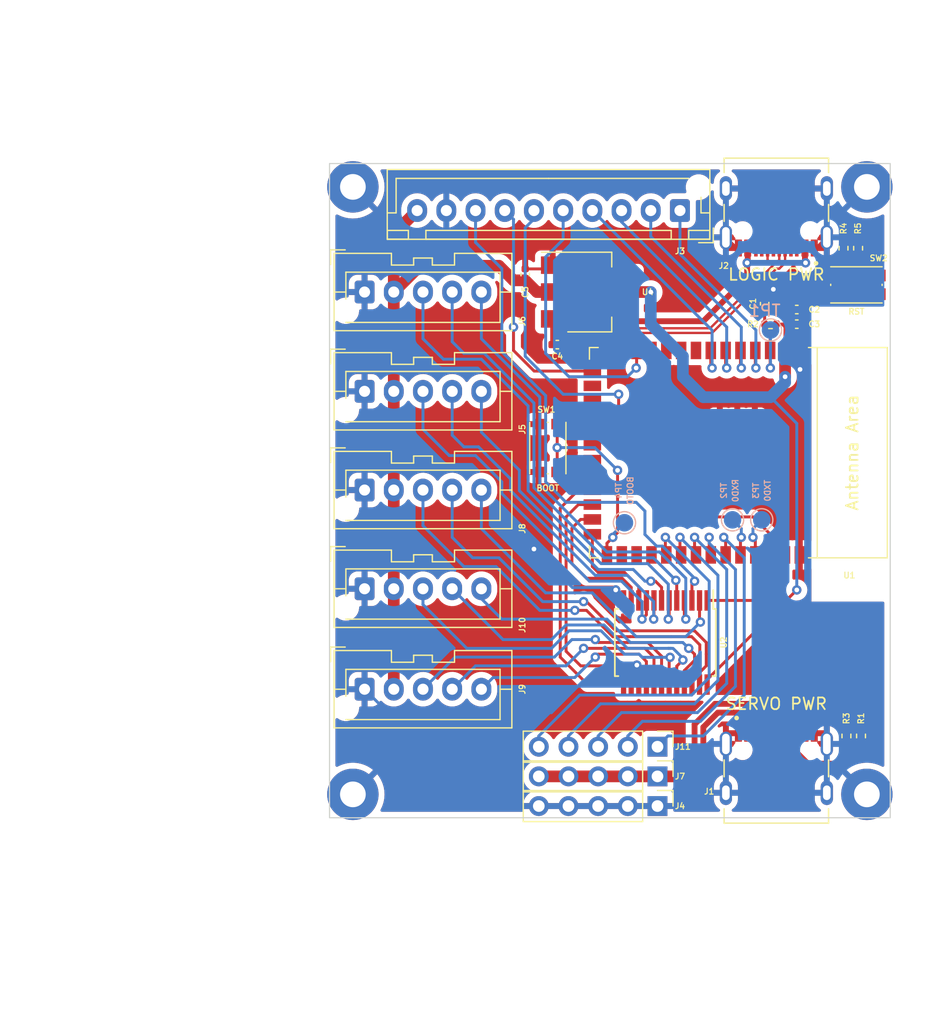
<source format=kicad_pcb>
(kicad_pcb (version 20211014) (generator pcbnew)
  (layers (0 "F.Cu" signal) (31 "B.Cu" signal) (34 "B.Paste" user) (35 "F.Paste" user) (36 "B.SilkS" user "B.Silkscreen") (37 "F.SilkS" user "F.Silkscreen") (38 "B.Mask" user) (39 "F.Mask" user) (44 "Edge.Cuts" user))
  (net 0 "")
  (net 1 "GND")
  (net 2 "/EN")
  (net 3 "+3V3")
  (net 4 "/VBUS0")
  (net 5 "/USB0_DP")
  (net 6 "/USB0_DN")
  (net 7 "Net-(J1-PadA5)")
  (net 10 "Net-(J1-PadB5)")
  (net 11 "/VBUS1")
  (net 12 "/USB1_DP")
  (net 13 "/USB1_DN")
  (net 14 "Net-(J2-PadA5)")
  (net 17 "Net-(J2-PadB5)")
  (net 18 "/ButA")
  (net 19 "/Menu")
  (net 20 "/ButB")
  (net 21 "/ButC")
  (net 22 "/ButJ")
  (net 23 "/JoyY")
  (net 24 "/JoyX")
  (net 25 "/CH1")
  (net 26 "/CH2")
  (net 27 "/CH3")
  (net 28 "/CH4")
  (net 29 "/CH5")
  (net 30 "/CH6")
  (net 31 "/CH7")
  (net 32 "/CH8")
  (net 33 "/CH9")
  (net 34 "/CH10")
  (net 35 "/Servo1")
  (net 36 "/Servo2")
  (net 37 "/Servo3")
  (net 38 "/Servo4")
  (net 39 "/Servo5")
  (net 40 "/RXD0")
  (net 41 "/TXD0")
  (net 42 "/BOOT0")
  (net 43 "/COM1")
  (net 44 "/SEL3")
  (net 45 "/SEL4")
  (net 46 "/SEL2")
  (net 47 "/SEL1")
  (net 52 "/CH16")
  (net 53 "/CH15")
  (net 54 "/CH14")
  (net 55 "/CH13")
  (net 56 "/CH12")
  (net 57 "/CH11")
  (footprint "MountingHole:MountingHole_2.2mm_M2_Pad" (layer "F.Cu") (at 162 84)
    (fp_text reference "H3" hide)
    (fp_text value "MH")
  )
  (footprint "Connector_JST:JST_XA_B05B-XASK-1-A_1x05_P2.50mm_Vertical" (layer "F.Cu") (at 163 49.5)
    (fp_text reference "J5")
    (fp_text value "Conn_01x05")
  )
  (footprint "Capacitor_SMD:C_0402_1005Metric" (layer "F.Cu") (at 200 43.75)
    (fp_text reference "C3")
    (fp_text value "0.1uF")
  )
  (footprint "Capacitor_SMD:C_0402_1005Metric" (layer "F.Cu") (at 197.25 42 -90)
    (fp_text reference "C1")
    (fp_text value "0.1uF")
  )
  (footprint "Espressif:ESP32-S3-WROOM-2" (layer "F.Cu") (at 192 54.75 -90)
    (fp_text reference "U1")
    (fp_text value "ESP32-S3-WROOM-2")
  )
  (footprint "Package_TO_SOT_SMD:SOT-223-3_TabPin2" (layer "F.Cu") (at 182.25 41)
    (fp_text reference "U4")
    (fp_text value "NCP1117-3.3_SOT223")
  )
  (footprint "footprint:HRO_TYPE-C-31-M-12" (layer "F.Cu") (at 198.25 83.8625)
    (fp_text reference "J1")
    (fp_text value "TYPE-C-31-M-12")
  )
  (footprint "Connector_JST:JST_XA_B05B-XASK-1-A_1x05_P2.50mm_Vertical" (layer "F.Cu") (at 163 66.4)
    (fp_text reference "J10")
    (fp_text value "Conn_01x05")
  )
  (footprint "Button_Switch_SMD:SW_Push_1P1T_NO_CK_KMR2" (layer "F.Cu") (at 178.689 54.356 90)
    (fp_text reference "SW1")
    (fp_text value "SW_Push")
  )
  (footprint "Connector_PinHeader_2.54mm:PinHeader_1x05_P2.54mm_Vertical" (layer "F.Cu") (at 188.075 82.46 -90)
    (fp_text reference "J7")
    (fp_text value "Conn_01x05_Female")
  )
  (footprint "MountingHole:MountingHole_2.2mm_M2_Pad" (layer "F.Cu") (at 206 84)
    (fp_text reference "H2" hide)
    (fp_text value "MH")
  )
  (footprint "Connector_PinHeader_2.54mm:PinHeader_1x05_P2.54mm_Vertical" (layer "F.Cu") (at 188.075 79.92 -90)
    (fp_text reference "J11")
    (fp_text value "Conn_01x05_Female")
  )
  (footprint "Package_SO:SSOP-24_5.3x8.2mm_P0.65mm" (layer "F.Cu") (at 188.75 71 -90)
    (fp_text reference "U2")
    (fp_text value "CD74HC4067SM")
  )
  (footprint "Resistor_SMD:R_0402_1005Metric" (layer "F.Cu") (at 205.5 79 -90)
    (fp_text reference "R1")
    (fp_text value "5K1")
  )
  (footprint "Resistor_SMD:R_0402_1005Metric" (layer "F.Cu") (at 197.75 43.75 180)
    (fp_text reference "R2")
    (fp_text value "10K")
  )
  (footprint "Capacitor_SMD:C_0402_1005Metric" (layer "F.Cu") (at 179.5 45.5)
    (fp_text reference "C4")
    (fp_text value "10uF")
  )
  (footprint "Button_Switch_SMD:SW_Push_1P1T_NO_CK_KMR2" (layer "F.Cu") (at 205.105 40.386)
    (fp_text reference "SW2")
    (fp_text value "SW_Push")
  )
  (footprint "Connector_JST:JST_XA_B05B-XASK-1-A_1x05_P2.50mm_Vertical" (layer "F.Cu") (at 163 41)
    (fp_text reference "J6")
    (fp_text value "Conn_01x05")
  )
  (footprint "footprint:HRO_TYPE-C-31-M-12" (layer "F.Cu") (at 198.25 32.1375 180)
    (fp_text reference "J2")
    (fp_text value "TYPE-C-31-M-12")
  )
  (footprint "MountingHole:MountingHole_2.2mm_M2_Pad" (layer "F.Cu") (at 206 32)
    (fp_text reference "H1" hide)
    (fp_text value "MH")
  )
  (footprint "Resistor_SMD:R_0402_1005Metric" (layer "F.Cu") (at 205.25 37.25 -90)
    (fp_text reference "R5")
    (fp_text value "5K1")
  )
  (footprint "Resistor_SMD:R_0402_1005Metric" (layer "F.Cu") (at 204 37.25 90)
    (fp_text reference "R4")
    (fp_text value "5K1")
  )
  (footprint "Connector_PinHeader_2.54mm:PinHeader_1x05_P2.54mm_Vertical" (layer "F.Cu") (at 188.075 85 -90)
    (fp_text reference "J4")
    (fp_text value "Conn_01x05_Female")
  )
  (footprint "MountingHole:MountingHole_2.2mm_M2_Pad" (layer "F.Cu") (at 162 32)
    (fp_text reference "H4" hide)
    (fp_text value "MH")
  )
  (footprint "Connector_JST:JST_XH_B10B-XH-AM_1x10_P2.50mm_Vertical" (layer "F.Cu") (at 190 34.025 180)
    (fp_text reference "J3")
    (fp_text value "Conn_01x10_Female")
  )
  (footprint "Connector_JST:JST_XA_B05B-XASK-1-A_1x05_P2.50mm_Vertical" (layer "F.Cu") (at 163 57.95)
    (fp_text reference "J8")
    (fp_text value "Conn_01x05")
  )
  (footprint "Resistor_SMD:R_0402_1005Metric" (layer "F.Cu") (at 204.25 79 90)
    (fp_text reference "R3")
    (fp_text value "5K1")
  )
  (footprint "Connector_JST:JST_XA_B05B-XASK-1-A_1x05_P2.50mm_Vertical" (layer "F.Cu") (at 163 75)
    (fp_text reference "J9")
    (fp_text value "Conn_01x05")
  )
  (footprint "Capacitor_SMD:C_0402_1005Metric" (layer "F.Cu") (at 200 42.5)
    (fp_text reference "C2")
    (fp_text value "22uF")
  )
  (footprint "Capacitor_SMD:C_0402_1005Metric" (layer "F.Cu") (at 176.75 39.5 90)
    (fp_text reference "C5")
    (fp_text value "10uF")
  )
  (footprint "TestPoint:TestPoint_Pad_D1.5mm" (layer "B.Cu") (at 197.75 44.25 180)
    (fp_text reference "TP1")
    (fp_text value "TestPoint")
  )
  (footprint "TestPoint:TestPoint_Pad_D1.5mm" (layer "B.Cu") (at 185.25 60.75 180)
    (fp_text reference "TP4")
    (fp_text value "TestPoint")
  )
  (footprint "TestPoint:TestPoint_Pad_D1.5mm" (layer "B.Cu") (at 197 60.5 180)
    (fp_text reference "TP3")
    (fp_text value "TestPoint")
  )
  (footprint "TestPoint:TestPoint_Pad_D1.5mm" (layer "B.Cu") (at 194.5 60.5 180)
    (fp_text reference "TP2")
    (fp_text value "TestPoint")
  )
  (gr_rect (start 208 30) (end 160 86) (layer "Edge.Cuts") (width 0.1) (fill none))
  (gr_text "BOOT0" (at 185.75 58 90) (layer "B.SilkS") (effects (font (size 0.5 0.5) (thickness 0.1)) (justify mirror)))
  (gr_text "TXD0" (at 197.5 58 90) (layer "B.SilkS") (effects (font (size 0.5 0.5) (thickness 0.1)) (justify mirror)))
  (gr_text "RXD0" (at 194.75 58 90) (layer "B.SilkS") (effects (font (size 0.5 0.5) (thickness 0.1)) (justify mirror)))
  (gr_text "BOOT" (at 178.689 57.785) (layer "F.SilkS") (effects (font (size 0.5 0.5) (thickness 0.1))))
  (gr_text "LOGIC PWR" (at 198.25 39.5) (layer "F.SilkS") (effects (font (size 1 1))))
  (gr_text "RST" (at 205.105 42.672) (layer "F.SilkS") (effects (font (size 0.5 0.5) (thickness 0.1))))
  (gr_text "SERVO PWR" (at 198.25 76.25) (layer "F.SilkS") (effects (font (size 1 1))))
  (segment (start 205.5 78.49) (end 204.25 78.49) (width 0.25) (layer "F.Cu") (net 1))
  (segment (start 195 37.2325) (end 194.845 37.2325) (width 0.25) (layer "F.Cu") (net 1))
  (segment (start 185.175 67.175) (end 184.5 66.5) (width 0.25) (layer "F.Cu") (net 1))
  (segment (start 197.25 41.52) (end 197.25 41.51) (width 0.25) (layer "F.Cu") (net 1))
  (segment (start 200.48 43.75) (end 200.48 45.78) (width 0.25) (layer "F.Cu") (net 1))
  (segment (start 186.475 74.6) (end 186.475 73.100401) (width 0.25) (layer "F.Cu") (net 1))
  (segment (start 186.475 73.100401) (end 186.308882 72.934283) (width 0.25) (layer "F.Cu") (net 1))
  (segment (start 176.75 39.02) (end 178.78 39.02) (width 0.25) (layer "F.Cu") (net 1))
  (segment (start 200.26 46) (end 200.26 47.606) (width 0.25) (layer "F.Cu") (net 1))
  (segment (start 197.25 41.51) (end 197.993 40.767) (width 0.25) (layer "F.Cu") (net 1))
  (segment (start 185.175 67.4) (end 185.175 67.175) (width 0.25) (layer "F.Cu") (net 1))
  (segment (start 200.48 45.78) (end 200.26 46) (width 0.25) (layer "F.Cu") (net 1))
  (segment (start 204 37.76) (end 205.25 37.76) (width 0.25) (layer "F.Cu") (net 1))
  (segment (start 201.655 37.2325) (end 202.57 36.3175) (width 0.25) (layer "F.Cu") (net 1))
  (segment (start 194.845 37.2325) (end 193.93 36.3175) (width 0.25) (layer "F.Cu") (net 1))
  (segment (start 178.78 39.02) (end 179.1 38.7) (width 0.25) (layer "F.Cu") (net 1))
  (segment (start 201.5 37.2325) (end 201.655 37.2325) (width 0.25) (layer "F.Cu") (net 1))
  (segment (start 200.26 47.606) (end 200.279 47.625) (width 0.25) (layer "F.Cu") (net 1))
  (segment (start 200.48 42.5) (end 200.48 43.75) (width 0.25) (layer "F.Cu") (net 1))
  (via (at 200.279 47.625) (size 0.8) (drill 0.4) (layers "F.Cu" "B.Cu") (net 1))
  (via (at 197.993 40.767) (size 0.8) (drill 0.4) (layers "F.Cu" "B.Cu") (net 1))
  (via (at 186.308882 72.934283) (size 0.8) (drill 0.4) (layers "F.Cu" "B.Cu") (net 1))
  (via (at 177.5 63) (size 0.8) (drill 0.4) (layers "F.Cu" "B.Cu") (net 1))
  (via (at 184.5 66.5) (size 0.8) (drill 0.4) (layers "F.Cu" "B.Cu") (net 1))
  (segment (start 182.313802 66.30048) (end 180.80048 66.30048) (width 0.25) (layer "B.Cu") (net 1))
  (segment (start 179 77) (end 165 77) (width 0.25) (layer "B.Cu") (net 1))
  (segment (start 180.80048 66.30048) (end 177.5 63) (width 0.25) (layer "B.Cu") (net 1))
  (segment (start 165 77) (end 163 75) (width 0.25) (layer "B.Cu") (net 1))
  (segment (start 184.5 66.5) (end 184.30048 66.30048) (width 0.25) (layer "B.Cu") (net 1))
  (segment (start 186.308882 72.934283) (end 184.993165 74.25) (width 0.25) (layer "B.Cu") (net 1))
  (segment (start 181.75 74.25) (end 179 77) (width 0.25) (layer "B.Cu") (net 1))
  (segment (start 184.993165 74.25) (end 181.75 74.25) (width 0.25) (layer "B.Cu") (net 1))
  (segment (start 184.30048 66.30048) (end 182.313802 66.30048) (width 0.25) (layer "B.Cu") (net 1))
  (segment (start 197.25 43.74) (end 197.24 43.75) (width 0.25) (layer "F.Cu") (net 2))
  (segment (start 207.155 41.186) (end 203.055 41.186) (width 0.25) (layer "F.Cu") (net 2))
  (segment (start 198.058 42.48) (end 199.352 41.186) (width 0.25) (layer "F.Cu") (net 2))
  (segment (start 197.72 44.23) (end 197.24 43.75) (width 0.25) (layer "F.Cu") (net 2))
  (segment (start 197.25 42.48) (end 198.058 42.48) (width 0.25) (layer "F.Cu") (net 2))
  (segment (start 197.72 46) (end 197.72 47.479) (width 0.25) (layer "F.Cu") (net 2))
  (segment (start 197.72 47.479) (end 197.739 47.498) (width 0.25) (layer "F.Cu") (net 2))
  (segment (start 197.72 46) (end 197.72 44.23) (width 0.25) (layer "F.Cu") (net 2))
  (segment (start 199.352 41.186) (end 203.055 41.186) (width 0.25) (layer "F.Cu") (net 2))
  (segment (start 197.25 42.48) (end 197.25 43.74) (width 0.25) (layer "F.Cu") (net 2))
  (via (at 197.739 47.498) (size 0.8) (drill 0.4) (layers "F.Cu" "B.Cu") (net 2))
  (segment (start 197.739 47.498) (end 197.75 47.487) (width 0.25) (layer "B.Cu") (net 2))
  (segment (start 197.75 47.487) (end 197.75 44.25) (width 0.25) (layer "B.Cu") (net 2))
  (segment (start 199 46.01) (end 198.99 46) (width 1) (layer "F.Cu") (net 3))
  (segment (start 165.5 41) (end 167.75 38.75) (width 1) (layer "F.Cu") (net 3))
  (segment (start 199 48.25) (end 199 46.01) (width 1) (layer "F.Cu") (net 3))
  (segment (start 185.4 41) (end 187.5 41) (width 1) (layer "F.Cu") (net 3))
  (segment (start 175.75 40) (end 175.75048 39.99952) (width 1) (layer "F.Cu") (net 3))
  (segment (start 165.5 41) (end 165.5 36.025) (width 1) (layer "F.Cu") (net 3))
  (segment (start 185.4 41) (end 179.1 41) (width 1) (layer "F.Cu") (net 3))
  (segment (start 199.52 42.5) (end 199.52 43.75) (width 0.25) (layer "F.Cu") (net 3))
  (segment (start 176.75 39.99952) (end 177.75048 41) (width 1) (layer "F.Cu") (net 3))
  (segment (start 174.5 38.75) (end 175.75 40) (width 1) (layer "F.Cu") (net 3))
  (segment (start 167.75 38.75) (end 174.5 38.75) (width 1) (layer "F.Cu") (net 3))
  (segment (start 177.75048 41) (end 179.1 41) (width 1) (layer "F.Cu") (net 3))
  (segment (start 165.5 66.4) (end 165.5 75) (width 1) (layer "F.Cu") (net 3))
  (segment (start 165.5 41) (end 165.5 49.5) (width 1) (layer "F.Cu") (net 3))
  (segment (start 192.325 74.175) (end 200 66.5) (width 0.25) (layer "F.Cu") (net 3))
  (segment (start 198.99 43.99) (end 198.75 43.75) (width 0.25) (layer "F.Cu") (net 3))
  (segment (start 192.325 74.6) (end 192.325 74.175) (width 0.25) (layer "F.Cu") (net 3))
  (segment (start 165.5 36.025) (end 167.5 34.025) (width 1) (layer "F.Cu") (net 3))
  (segment (start 198.75 43.75) (end 198.26 43.75) (width 0.25) (layer "F.Cu") (net 3))
  (segment (start 199.52 43.75) (end 198.75 43.75) (width 0.25) (layer "F.Cu") (net 3))
  (segment (start 165.5 49.5) (end 165.5 57.95) (width 1) (layer "F.Cu") (net 3))
  (segment (start 175.75048 39.99952) (end 176.75 39.99952) (width 1) (layer "F.Cu") (net 3))
  (segment (start 198.99 46) (end 198.99 43.99) (width 0.25) (layer "F.Cu") (net 3))
  (segment (start 165.5 57.95) (end 165.5 66.4) (width 1) (layer "F.Cu") (net 3))
  (via (at 199 48.25) (size 0.8) (drill 0.4) (layers "F.Cu" "B.Cu") (net 3))
  (via (at 200 66.5) (size 0.8) (drill 0.4) (layers "F.Cu" "B.Cu") (net 3))
  (via (at 187.5 41) (size 0.8) (drill 0.4) (layers "F.Cu" "B.Cu") (net 3))
  (segment (start 199 48.25) (end 199 48.75) (width 1) (layer "B.Cu") (net 3))
  (segment (start 187.5 43.75) (end 187.5 41) (width 1) (layer "B.Cu") (net 3))
  (segment (start 199 48.75) (end 197.75 50) (width 1) (layer "B.Cu") (net 3))
  (segment (start 197.75 50) (end 192 50) (width 1) (layer "B.Cu") (net 3))
  (segment (start 190.25 46.5) (end 187.5 43.75) (width 1) (layer "B.Cu") (net 3))
  (segment (start 200 52.25) (end 197.75 50) (width 0.25) (layer "B.Cu") (net 3))
  (segment (start 200 66.5) (end 200 52.25) (width 0.25) (layer "B.Cu") (net 3))
  (segment (start 190.25 48.25) (end 192 50) (width 1) (layer "B.Cu") (net 3))
  (segment (start 190.25 46.5) (end 190.25 48.25) (width 1) (layer "B.Cu") (net 3))
  (segment (start 191.25 80.5) (end 189.75 82) (width 0.5) (layer "F.Cu") (net 4))
  (segment (start 199.256522 76.25) (end 193 76.25) (width 0.5) (layer "F.Cu") (net 4))
  (segment (start 189.828 82.46) (end 191.008 81.28) (width 1) (layer "F.Cu") (net 4))
  (segment (start 190.75 82) (end 192 80.75) (width 0.5) (layer "F.Cu") (net 4))
  (segment (start 200.7 77.693478) (end 199.256522 76.25) (width 0.5) (layer "F.Cu") (net 4))
  (segment (start 188.075 82.46) (end 189.828 82.46) (width 1) (layer "F.Cu") (net 4))
  (segment (start 200.7 78.7675) (end 200.7 77.693478) (width 0.5) (layer "F.Cu") (net 4))
  (segment (start 192 78.25) (end 193.25 77) (width 0.5) (layer "F.Cu") (net 4))
  (segment (start 177.915 82.46) (end 188.075 82.46) (width 1) (layer "F.Cu") (net 4))
  (segment (start 195.156522 77) (end 195.8 77.643478) (width 0.5) (layer "F.Cu") (net 4))
  (segment (start 193 76.25) (end 191.25 78) (width 0.5) (layer "F.Cu") (net 4))
  (segment (start 193.25 77) (end 195.156522 77) (width 0.5) (layer "F.Cu") (net 4))
  (segment (start 192 80.75) (end 192 78.25) (width 0.5) (layer "F.Cu") (net 4))
  (segment (start 191.25 78) (end 191.25 80.5) (width 0.5) (layer "F.Cu") (net 4))
  (segment (start 195.8 77.643478) (end 195.8 78.7675) (width 0.5) (layer "F.Cu") (net 4))
  (segment (start 198.258478 80) (end 198.741522 80) (width 0.2) (layer "F.Cu") (net 5))
  (segment (start 198.741522 80) (end 199 79.741522) (width 0.2) (layer "F.Cu") (net 5))
  (segment (start 198 78.7675) (end 198 79.741522) (width 0.2) (layer "F.Cu") (net 5))
  (segment (start 198 79.741522) (end 198.258478 80) (width 0.2) (layer "F.Cu") (net 5))
  (segment (start 199 79.741522) (end 199 78.7675) (width 0.2) (layer "F.Cu") (net 5))
  (segment (start 198.25 77.5) (end 198.5 77.75) (width 0.2) (layer "F.Cu") (net 6))
  (segment (start 198.5 77.75) (end 198.5 78.7675) (width 0.2) (layer "F.Cu") (net 6))
  (segment (start 197.5 77.793478) (end 197.793478 77.5) (width 0.2) (layer "F.Cu") (net 6))
  (segment (start 197.5 78.7675) (end 197.5 77.793478) (width 0.2) (layer "F.Cu") (net 6))
  (segment (start 197.793478 77.5) (end 198.25 77.5) (width 0.2) (layer "F.Cu") (net 6))
  (segment (start 205.5 80) (end 203.75 81.75) (width 0.25) (layer "F.Cu") (net 7))
  (segment (start 197 79.791522) (end 197 78.7675) (width 0.25) (layer "F.Cu") (net 7))
  (segment (start 198.958478 81.75) (end 197 79.791522) (width 0.25) (layer "F.Cu") (net 7))
  (segment (start 205.5 79.51) (end 205.5 80) (width 0.25) (layer "F.Cu") (net 7))
  (segment (start 203.75 81.75) (end 198.958478 81.75) (width 0.25) (layer "F.Cu") (net 7))
  (segment (start 204.25 80.5) (end 203.5 81.25) (width 0.25) (layer "F.Cu") (net 10))
  (segment (start 203.5 81.25) (end 201 81.25) (width 0.25) (layer "F.Cu") (net 10))
  (segment (start 204.25 79.51) (end 204.25 80.5) (width 0.25) (layer "F.Cu") (net 10))
  (segment (start 200 80.25) (end 200 78.7675) (width 0.25) (layer "F.Cu") (net 10))
  (segment (start 201 81.25) (end 200 80.25) (width 0.25) (layer "F.Cu") (net 10))
  (segment (start 195.75 38.5) (end 195.75 39.75) (width 0.5) (layer "F.Cu") (net 11))
  (segment (start 200.7 37.2325) (end 200.7 38.45) (width 0.5) (layer "F.Cu") (net 11))
  (segment (start 195.75 39.75) (end 192 43.5) (width 0.5) (layer "F.Cu") (net 11))
  (segment (start 200.7 38.45) (end 200.75 38.5) (width 0.5) (layer "F.Cu") (net 11))
  (segment (start 195.8 38.45) (end 195.75 38.5) (width 0.5) (layer "F.Cu") (net 11))
  (segment (start 179.02 43.38) (end 179.1 43.3) (width 0.25) (layer "F.Cu") (net 11))
  (segment (start 192 43.5) (end 179.3 43.5) (width 0.5) (layer "F.Cu") (net 11))
  (segment (start 195.8 37.2325) (end 195.8 38.45) (width 0.5) (layer "F.Cu") (net 11))
  (segment (start 179.02 45.5) (end 179.02 43.38) (width 0.25) (layer "F.Cu") (net 11))
  (via (at 200.75 38.5) (size 0.8) (drill 0.4) (layers "F.Cu" "B.Cu") (net 11))
  (via (at 195.75 38.5) (size 0.8) (drill 0.4) (layers "F.Cu" "B.Cu") (net 11))
  (segment (start 195.75 38.5) (end 200.75 38.5) (width 0.5) (layer "B.Cu") (net 11))
  (segment (start 185.735487 44.100481) (end 192.584513 44.100481) (width 0.2) (layer "F.Cu") (net 12))
  (segment (start 198 38.684994) (end 198 38.5) (width 0.2) (layer "F.Cu") (net 12))
  (segment (start 198.5 38.25) (end 198.5 37.2325) (width 0.2) (layer "F.Cu") (net 12))
  (segment (start 197.5 37.2325) (end 197.5 38.25) (width 0.2) (layer "F.Cu") (net 12))
  (segment (start 183.75 46) (end 183.75 45.5) (width 0.2) (layer "F.Cu") (net 12))
  (segment (start 198.25 38.5) (end 198.5 38.25) (width 0.2) (layer "F.Cu") (net 12))
  (segment (start 197.5 38.25) (end 197.75 38.5) (width 0.2) (layer "F.Cu") (net 12))
  (segment (start 185.14952 44.10048) (end 185.735487 44.100481) (width 0.2) (layer "F.Cu") (net 12))
  (segment (start 198 38.5) (end 198.25 38.5) (width 0.2) (layer "F.Cu") (net 12))
  (segment (start 192.584513 44.100481) (end 198 38.684994) (width 0.2) (layer "F.Cu") (net 12))
  (segment (start 197.75 38.5) (end 198 38.5) (width 0.2) (layer "F.Cu") (net 12))
  (segment (start 183.75 45.5) (end 185.14952 44.10048) (width 0.2) (layer "F.Cu") (net 12))
  (segment (start 199 37.2325) (end 199 36.258478) (width 0.2) (layer "F.Cu") (net 13))
  (segment (start 198.5 39) (end 199 38.5) (width 0.2) (layer "F.Cu") (net 13))
  (segment (start 198.25 39) (end 198.5 39) (width 0.2) (layer "F.Cu") (net 13))
  (segment (start 199 36.258478) (end 198.741522 36) (width 0.2) (layer "F.Cu") (net 13))
  (segment (start 198 37.2325) (end 198 36.25) (width 0.2) (layer "F.Cu") (net 13))
  (segment (start 185.02 45.05) (end 185.57 44.5) (width 0.2) (layer "F.Cu") (net 13))
  (segment (start 198 36.25) (end 198.25 36) (width 0.2) (layer "F.Cu") (net 13))
  (segment (start 185.02 46) (end 185.02 45.05) (width 0.2) (layer "F.Cu") (net 13))
  (segment (start 199 38.5) (end 199 37.2325) (width 0.2) (layer "F.Cu") (net 13))
  (segment (start 198.741522 36) (end 198.25 36) (width 0.2) (layer "F.Cu") (net 13))
  (segment (start 192.75 44.5) (end 198.25 39) (width 0.2) (layer "F.Cu") (net 13))
  (segment (start 185.57 44.5) (end 192.75 44.5) (width 0.2) (layer "F.Cu") (net 13))
  (segment (start 204 35.25) (end 203.25 34.5) (width 0.25) (layer "F.Cu") (net 14))
  (segment (start 203.25 34.5) (end 200 34.5) (width 0.25) (layer "F.Cu") (net 14))
  (segment (start 199.5 35) (end 199.5 37.2325) (width 0.25) (layer "F.Cu") (net 14))
  (segment (start 204 36.74) (end 204 35.25) (width 0.25) (layer "F.Cu") (net 14))
  (segment (start 200 34.5) (end 199.5 35) (width 0.25) (layer "F.Cu") (net 14))
  (segment (start 205.25 36.74) (end 205.25 35.75) (width 0.25) (layer "F.Cu") (net 17))
  (segment (start 197.5 33.75) (end 196.5 34.75) (width 0.25) (layer "F.Cu") (net 17))
  (segment (start 203.25 33.75) (end 197.5 33.75) (width 0.25) (layer "F.Cu") (net 17))
  (segment (start 205.25 35.75) (end 203.25 33.75) (width 0.25) (layer "F.Cu") (net 17))
  (segment (start 196.5 34.75) (end 196.5 37.2325) (width 0.25) (layer "F.Cu") (net 17))
  (segment (start 186.29 47.46) (end 186.25 47.5) (width 0.25) (layer "F.Cu") (net 18))
  (segment (start 186.29 46) (end 186.29 47.46) (width 0.25) (layer "F.Cu") (net 18))
  (via (at 186.25 47.5) (size 0.8) (drill 0.4) (layers "F.Cu" "B.Cu") (net 18))
  (segment (start 178.5 46.25) (end 178.5 38) (width 0.25) (layer "B.Cu") (net 18))
  (segment (start 178.5 38) (end 180 36.5) (width 0.25) (layer "B.Cu") (net 18))
  (segment (start 185.5 48.25) (end 180.5 48.25) (width 0.25) (layer "B.Cu") (net 18))
  (segment (start 186.25 47.5) (end 185.5 48.25) (width 0.25) (layer "B.Cu") (net 18))
  (segment (start 180 36.5) (end 180 34.025) (width 0.25) (layer "B.Cu") (net 18))
  (segment (start 180.5 48.25) (end 178.5 46.25) (width 0.25) (layer "B.Cu") (net 18))
  (segment (start 192.64 47.39) (end 192.75 47.5) (width 0.25) (layer "F.Cu") (net 19))
  (segment (start 192.64 46) (end 192.64 47.39) (width 0.25) (layer "F.Cu") (net 19))
  (via (at 192.75 47.5) (size 0.8) (drill 0.4) (layers "F.Cu" "B.Cu") (net 19))
  (segment (start 182.5 34.025) (end 192.75 44.275) (width 0.25) (layer "B.Cu") (net 19))
  (segment (start 192.75 44.275) (end 192.75 47.5) (width 0.25) (layer "B.Cu") (net 19))
  (segment (start 193.91 46) (end 193.91 47.41) (width 0.25) (layer "F.Cu") (net 20))
  (segment (start 193.91 47.41) (end 194 47.5) (width 0.25) (layer "F.Cu") (net 20))
  (via (at 194 47.5) (size 0.8) (drill 0.4) (layers "F.Cu" "B.Cu") (net 20))
  (segment (start 185 34.025) (end 185 35) (width 0.25) (layer "B.Cu") (net 20))
  (segment (start 185 35) (end 194 44) (width 0.25) (layer "B.Cu") (net 20))
  (segment (start 194 44) (end 194 47.5) (width 0.25) (layer "B.Cu") (net 20))
  (segment (start 195.18 47.43) (end 195.25 47.5) (width 0.25) (layer "F.Cu") (net 21))
  (segment (start 195.18 46) (end 195.18 47.43) (width 0.25) (layer "F.Cu") (net 21))
  (via (at 195.25 47.5) (size 0.8) (drill 0.4) (layers "F.Cu" "B.Cu") (net 21))
  (segment (start 187.5 34.025) (end 187.5 36.25) (width 0.25) (layer "B.Cu") (net 21))
  (segment (start 187.5 36.25) (end 195.25 44) (width 0.25) (layer "B.Cu") (net 21))
  (segment (start 195.25 44) (end 195.25 47.5) (width 0.25) (layer "B.Cu") (net 21))
  (segment (start 196.45 47.45) (end 196.5 47.5) (width 0.25) (layer "F.Cu") (net 22))
  (segment (start 196.45 46) (end 196.45 47.45) (width 0.25) (layer "F.Cu") (net 22))
  (via (at 196.5 47.5) (size 0.8) (drill 0.4) (layers "F.Cu" "B.Cu") (net 22))
  (segment (start 196.5 44.25) (end 190 37.75) (width 0.25) (layer "B.Cu") (net 22))
  (segment (start 190 37.75) (end 190 34.025) (width 0.25) (layer "B.Cu") (net 22))
  (segment (start 196.5 47.5) (end 196.5 44.25) (width 0.25) (layer "B.Cu") (net 22))
  (segment (start 176.75 47) (end 175.75 46) (width 0.25) (layer "F.Cu") (net 23))
  (segment (start 182.5 47.765) (end 177.515 47.765) (width 0.25) (layer "F.Cu") (net 23))
  (segment (start 175.75 46) (end 175.75 44) (width 0.25) (layer "F.Cu") (net 23))
  (segment (start 177.515 47.765) (end 176.75 47) (width 0.25) (layer "F.Cu") (net 23))
  (via (at 175.75 44) (size 0.8) (drill 0.4) (layers "F.Cu" "B.Cu") (net 23))
  (segment (start 175.75 34.775) (end 175 34.025) (width 0.25) (layer "B.Cu") (net 23))
  (segment (start 175.75 44) (end 175.75 34.775) (width 0.25) (layer "B.Cu") (net 23))
  (segment (start 197.72 61.72) (end 196.5 60.5) (width 0.25) (layer "F.Cu") (net 24))
  (segment (start 184.75 54.75) (end 184.75 49.75) (width 0.25) (layer "F.Cu") (net 24))
  (segment (start 190.25 60.25) (end 184.75 54.75) (width 0.25) (layer "F.Cu") (net 24))
  (segment (start 197.72 63.5) (end 197.72 61.72) (width 0.25) (layer "F.Cu") (net 24))
  (segment (start 196.25 60.25) (end 190.25 60.25) (width 0.25) (layer "F.Cu") (net 24))
  (segment (start 196.5 60.5) (end 196.25 60.25) (width 0.25) (layer "F.Cu") (net 24))
  (via (at 184.75 49.75) (size 0.8) (drill 0.4) (layers "F.Cu" "B.Cu") (net 24))
  (segment (start 177.5 34.025) (end 177.5 34.75) (width 0.25) (layer "B.Cu") (net 24))
  (segment (start 180 49.75) (end 184.75 49.75) (width 0.25) (layer "B.Cu") (net 24))
  (segment (start 176.75 35.5) (end 176.75 46.5) (width 0.25) (layer "B.Cu") (net 24))
  (segment (start 177.5 34.75) (end 176.75 35.5) (width 0.25) (layer "B.Cu") (net 24))
  (segment (start 176.75 46.5) (end 180 49.75) (width 0.25) (layer "B.Cu") (net 24))
  (segment (start 187.125 67.4) (end 187.125 68.625) (width 0.25) (layer "F.Cu") (net 25))
  (segment (start 187.125 68.625) (end 186.75 69) (width 0.25) (layer "F.Cu") (net 25))
  (via (at 186.75 69) (size 0.8) (drill 0.4) (layers "F.Cu" "B.Cu") (net 25))
  (segment (start 168 52.75) (end 168 49.5) (width 0.25) (layer "B.Cu") (net 25))
  (segment (start 172.5 55) (end 172 55) (width 0.25) (layer "B.Cu") (net 25))
  (segment (start 186.75 69) (end 186.75 67.5) (width 0.25) (layer "B.Cu") (net 25))
  (segment (start 186.75 67.5) (end 185 65.75) (width 0.25) (layer "B.Cu") (net 25))
  (segment (start 172 55) (end 170.25 55) (width 0.25) (layer "B.Cu") (net 25))
  (segment (start 174.75 58.25) (end 174.75 57.25) (width 0.25) (layer "B.Cu") (net 25))
  (segment (start 174.75 57.25) (end 172.5 55) (width 0.25) (layer "B.Cu") (net 25))
  (segment (start 185 65.75) (end 182.25 65.75) (width 0.25) (layer "B.Cu") (net 25))
  (segment (start 182.25 65.75) (end 174.75 58.25) (width 0.25) (layer "B.Cu") (net 25))
  (segment (start 170.25 55) (end 168 52.75) (width 0.25) (layer "B.Cu") (net 25))
  (segment (start 187.775 67.4) (end 187.775 68.975) (width 0.25) (layer "F.Cu") (net 26))
  (segment (start 187.775 68.975) (end 187.75 69) (width 0.25) (layer "F.Cu") (net 26))
  (via (at 187.75 69) (size 0.8) (drill 0.4) (layers "F.Cu" "B.Cu") (net 26))
  (segment (start 185.5 65.25) (end 182.75 65.25) (width 0.25) (layer "B.Cu") (net 26))
  (segment (start 170.5 53.25) (end 170.5 49.5) (width 0.25) (layer "B.Cu") (net 26))
  (segment (start 172.75 54.25) (end 171.5 54.25) (width 0.25) (layer "B.Cu") (net 26))
  (segment (start 187.75 69) (end 187.75 67.5) (width 0.25) (layer "B.Cu") (net 26))
  (segment (start 175.5 57) (end 172.75 54.25) (width 0.25) (layer "B.Cu") (net 26))
  (segment (start 187.75 67.5) (end 185.5 65.25) (width 0.25) (layer "B.Cu") (net 26))
  (segment (start 175.5 58) (end 175.5 57) (width 0.25) (layer "B.Cu") (net 26))
  (segment (start 182.75 65.25) (end 175.5 58) (width 0.25) (layer "B.Cu") (net 26))
  (segment (start 171.5 54.25) (end 170.5 53.25) (width 0.25) (layer "B.Cu") (net 26))
  (segment (start 188.425 66.275) (end 187.9 65.75) (width 0.25) (layer "F.Cu") (net 27))
  (segment (start 188.425 67.4) (end 188.425 66.275) (width 0.25) (layer "F.Cu") (net 27))
  (segment (start 187.9 65.75) (end 187.5 65.75) (width 0.25) (layer "F.Cu") (net 27))
  (via (at 187.5 65.75) (size 0.8) (drill 0.4) (layers "F.Cu" "B.Cu") (net 27))
  (segment (start 176.25 56.25) (end 173 53) (width 0.25) (layer "B.Cu") (net 27))
  (segment (start 173 53) (end 173 49.5) (width 0.25) (layer "B.Cu") (net 27))
  (segment (start 176.25 58) (end 176.25 56.25) (width 0.25) (layer "B.Cu") (net 27))
  (segment (start 187.5 65.75) (end 187 65.75) (width 0.25) (layer "B.Cu") (net 27))
  (segment (start 186 64.75) (end 183 64.75) (width 0.25) (layer "B.Cu") (net 27))
  (segment (start 183 64.75) (end 176.25 58) (width 0.25) (layer "B.Cu") (net 27))
  (segment (start 187 65.75) (end 186 64.75) (width 0.25) (layer "B.Cu") (net 27))
  (segment (start 189.075 68.925) (end 189 69) (width 0.25) (layer "F.Cu") (net 28))
  (segment (start 189.075 67.4) (end 189.075 68.925) (width 0.25) (layer "F.Cu") (net 28))
  (via (at 189 69) (size 0.8) (drill 0.4) (layers "F.Cu" "B.Cu") (net 28))
  (segment (start 169.75 46.75) (end 168 45) (width 0.25) (layer "B.Cu") (net 28))
  (segment (start 168 45) (end 168 41) (width 0.25) (layer "B.Cu") (net 28))
  (segment (start 187.25 64.25) (end 183.25 64.25) (width 0.25) (layer "B.Cu") (net 28))
  (segment (start 183.25 64.25) (end 177 58) (width 0.25) (layer "B.Cu") (net 28))
  (segment (start 177 58) (end 177 50.75) (width 0.25) (layer "B.Cu") (net 28))
  (segment (start 189 66) (end 187.25 64.25) (width 0.25) (layer "B.Cu") (net 28))
  (segment (start 189 69) (end 189 66) (width 0.25) (layer "B.Cu") (net 28))
  (segment (start 173 46.75) (end 169.75 46.75) (width 0.25) (layer "B.Cu") (net 28))
  (segment (start 177 50.75) (end 173 46.75) (width 0.25) (layer "B.Cu") (net 28))
  (segment (start 189.725 65.75298) (end 189.648013 65.675993) (width 0.25) (layer "F.Cu") (net 29))
  (segment (start 189.725 67.4) (end 189.725 65.75298) (width 0.25) (layer "F.Cu") (net 29))
  (via (at 189.648013 65.675993) (size 0.8) (drill 0.4) (layers "F.Cu" "B.Cu") (net 29))
  (segment (start 173.25 46.25) (end 171.5 46.25) (width 0.25) (layer "B.Cu") (net 29))
  (segment (start 177.5 50.5) (end 173.25 46.25) (width 0.25) (layer "B.Cu") (net 29))
  (segment (start 187.72202 63.75) (end 183.5 63.75) (width 0.25) (layer "B.Cu") (net 29))
  (segment (start 171.5 46.25) (end 170.5 45.25) (width 0.25) (layer "B.Cu") (net 29))
  (segment (start 177.5 57.75) (end 177.5 50.5) (width 0.25) (layer "B.Cu") (net 29))
  (segment (start 170.5 45.25) (end 170.5 41) (width 0.25) (layer "B.Cu") (net 29))
  (segment (start 183.5 63.75) (end 177.5 57.75) (width 0.25) (layer "B.Cu") (net 29))
  (segment (start 189.648013 65.675993) (end 187.72202 63.75) (width 0.25) (layer "B.Cu") (net 29))
  (segment (start 190.375 67.4) (end 190.375 68.875) (width 0.25) (layer "F.Cu") (net 30))
  (segment (start 190.375 68.875) (end 190.5 69) (width 0.25) (layer "F.Cu") (net 30))
  (via (at 190.5 69) (size 0.8) (drill 0.4) (layers "F.Cu" "B.Cu") (net 30))
  (segment (start 190.5 69) (end 190.5 65.5) (width 0.25) (layer "B.Cu") (net 30))
  (segment (start 178 50) (end 173 45) (width 0.25) (layer "B.Cu") (net 30))
  (segment (start 173 45) (end 173 41) (width 0.25) (layer "B.Cu") (net 30))
  (segment (start 183.75 63.25) (end 178 57.5) (width 0.25) (layer "B.Cu") (net 30))
  (segment (start 190.5 65.5) (end 188.25 63.25) (width 0.25) (layer "B.Cu") (net 30))
  (segment (start 178 57.5) (end 178 50) (width 0.25) (layer "B.Cu") (net 30))
  (segment (start 188.25 63.25) (end 183.75 63.25) (width 0.25) (layer "B.Cu") (net 30))
  (segment (start 191.025 65.975) (end 191.25 65.75) (width 0.25) (layer "F.Cu") (net 31))
  (segment (start 191.025 67.4) (end 191.025 65.975) (width 0.25) (layer "F.Cu") (net 31))
  (via (at 191.25 65.75) (size 0.8) (drill 0.4) (layers "F.Cu" "B.Cu") (net 31))
  (segment (start 172.5 36.75) (end 172.5 34.025) (width 0.25) (layer "B.Cu") (net 31))
  (segment (start 174.75 46.114283) (end 174.75 39) (width 0.25) (layer "B.Cu") (net 31))
  (segment (start 188 62.75) (end 187 61.75) (width 0.25) (layer "B.Cu") (net 31))
  (segment (start 174.75 39) (end 172.5 36.75) (width 0.25) (layer "B.Cu") (net 31))
  (segment (start 180.25 59) (end 178.5 57.25) (width 0.25) (layer "B.Cu") (net 31))
  (segment (start 186.25 59) (end 180.25 59) (width 0.25) (layer "B.Cu") (net 31))
  (segment (start 191.25 65.5) (end 188.5 62.75) (width 0.25) (layer "B.Cu") (net 31))
  (segment (start 178.5 49.864283) (end 174.75 46.114283) (width 0.25) (layer "B.Cu") (net 31))
  (segment (start 188.5 62.75) (end 188 62.75) (width 0.25) (layer "B.Cu") (net 31))
  (segment (start 178.5 57.25) (end 178.5 49.864283) (width 0.25) (layer "B.Cu") (net 31))
  (segment (start 187 61.75) (end 187 59.75) (width 0.25) (layer "B.Cu") (net 31))
  (segment (start 191.25 65.75) (end 191.25 65.5) (width 0.25) (layer "B.Cu") (net 31))
  (segment (start 187 59.75) (end 186.25 59) (width 0.25) (layer "B.Cu") (net 31))
  (segment (start 191.675 67.4) (end 191.675 69.175) (width 0.25) (layer "F.Cu") (net 32))
  (segment (start 191.675 69.175) (end 191.75 69.25) (width 0.25) (layer "F.Cu") (net 32))
  (via (at 191.75 69.25) (size 0.8) (drill 0.4) (layers "F.Cu" "B.Cu") (net 32))
  (segment (start 191.75 69.25) (end 190.5 70.5) (width 0.25) (layer "B.Cu") (net 32))
  (segment (start 178.5 66.75) (end 173 61.25) (width 0.25) (layer "B.Cu") (net 32))
  (segment (start 186.25 70.5) (end 182.5 66.75) (width 0.25) (layer "B.Cu") (net 32))
  (segment (start 190.5 70.5) (end 186.25 70.5) (width 0.25) (layer "B.Cu") (net 32))
  (segment (start 173 61.25) (end 173 57.95) (width 0.25) (layer "B.Cu") (net 32))
  (segment (start 182.5 66.75) (end 178.5 66.75) (width 0.25) (layer "B.Cu") (net 32))
  (segment (start 191.675 74.6) (end 191.675 73.575) (width 0.25) (layer "F.Cu") (net 33))
  (segment (start 190.25 70) (end 184.5 70) (width 0.25) (layer "F.Cu") (net 33))
  (segment (start 192.25 73) (end 192.25 72) (width 0.25) (layer "F.Cu") (net 33))
  (segment (start 192.25 71) (end 191.5 70.25) (width 0.25) (layer "F.Cu") (net 33))
  (segment (start 182.5 68) (end 182 67.5) (width 0.25) (layer "F.Cu") (net 33))
  (segment (start 182 67.5) (end 181.75 67.5) (width 0.25) (layer "F.Cu") (net 33))
  (segment (start 184.25 69.75) (end 182.5 68) (width 0.25) (layer "F.Cu") (net 33))
  (segment (start 192.25 72) (end 192.25 71) (width 0.25) (layer "F.Cu") (net 33))
  (segment (start 191.675 73.575) (end 192 73.25) (width 0.25) (layer "F.Cu") (net 33))
  (segment (start 192 73.25) (end 192.25 73) (width 0.25) (layer "F.Cu") (net 33))
  (segment (start 184.5 70) (end 184.25 69.75) (width 0.25) (layer "F.Cu") (net 33))
  (segment (start 191.5 70.25) (end 191.25 70) (width 0.25) (layer "F.Cu") (net 33))
  (segment (start 191.25 70) (end 190.25 70) (width 0.25) (layer "F.Cu") (net 33))
  (via (at 181.75 67.5) (size 0.8) (drill 0.4) (layers "F.Cu" "B.Cu") (net 33))
  (segment (start 178.25 67.5) (end 174.5 63.75) (width 0.25) (layer "B.Cu") (net 33))
  (segment (start 172.25 63.75) (end 170.5 62) (width 0.25) (layer "B.Cu") (net 33))
  (segment (start 181.75 67.5) (end 178.25 67.5) (width 0.25) (layer "B.Cu") (net 33))
  (segment (start 174.5 63.75) (end 172.25 63.75) (width 0.25) (layer "B.Cu") (net 33))
  (segment (start 170.5 62) (end 170.5 57.95) (width 0.25) (layer "B.Cu") (net 33))
  (segment (start 191.69952 71.19952) (end 191 70.5) (width 0.25) (layer "F.Cu") (net 34))
  (segment (start 191.580166 72.830166) (end 191.69952 72.710811) (width 0.25) (layer "F.Cu") (net 34))
  (segment (start 191.025 74.6) (end 191.025 73.385332) (width 0.25) (layer "F.Cu") (net 34))
  (segment (start 183.25 69.5) (end 182 68.25) (width 0.25) (layer "F.Cu") (net 34))
  (segment (start 191 70.5) (end 189.25 70.5) (width 0.25) (layer "F.Cu") (net 34))
  (segment (start 185.75 70.5) (end 184.25 70.5) (width 0.25) (layer "F.Cu") (net 34))
  (segment (start 184.25 70.5) (end 183.25 69.5) (width 0.25) (layer "F.Cu") (net 34))
  (segment (start 189.25 70.5) (end 185.75 70.5) (width 0.25) (layer "F.Cu") (net 34))
  (segment (start 191.025 73.385332) (end 191.580166 72.830166) (width 0.25) (layer "F.Cu") (net 34))
  (segment (start 191.69952 71.813803) (end 191.69952 71.19952) (width 0.25) (layer "F.Cu") (net 34))
  (segment (start 182 68.25) (end 181 68.25) (width 0.25) (layer "F.Cu") (net 34))
  (segment (start 191.69952 72.710811) (end 191.69952 71.813803) (width 0.25) (layer "F.Cu") (net 34))
  (via (at 181 68.25) (size 0.8) (drill 0.4) (layers "F.Cu" "B.Cu") (net 34))
  (segment (start 168 61) (end 168 57.95) (width 0.25) (layer "B.Cu") (net 34))
  (segment (start 171.5 64.5) (end 168 61) (width 0.25) (layer "B.Cu") (net 34))
  (segment (start 174.25 64.5) (end 171.5 64.5) (width 0.25) (layer "B.Cu") (net 34))
  (segment (start 181 68.25) (end 178 68.25) (width 0.25) (layer "B.Cu") (net 34))
  (segment (start 178 68.25) (end 174.25 64.5) (width 0.25) (layer "B.Cu") (net 34))
  (segment (start 193.91 62.16) (end 193.75 62) (width 0.25) (layer "F.Cu") (net 35))
  (segment (start 193.91 63.5) (end 193.91 62.16) (width 0.25) (layer "F.Cu") (net 35))
  (via (at 193.75 62) (size 0.8) (drill 0.4) (layers "F.Cu" "B.Cu") (net 35))
  (segment (start 195.5 63.75) (end 193.75 62) (width 0.25) (layer "B.Cu") (net 35))
  (segment (start 195.5 75.5) (end 195.5 63.75) (width 0.25) (layer "B.Cu") (net 35))
  (segment (start 188.075 79.92) (end 188.075 79.895) (width 0.25) (layer "B.Cu") (net 35))
  (segment (start 188.97 79) (end 192 79) (width 0.25) (layer "B.Cu") (net 35))
  (segment (start 192 79) (end 195.5 75.5) (width 0.25) (layer "B.Cu") (net 35))
  (segment (start 188.075 79.895) (end 188.97 79) (width 0.25) (layer "B.Cu") (net 35))
  (segment (start 192.5 62) (end 192.5 63.36) (width 0.25) (layer "F.Cu") (net 36))
  (segment (start 192.5 63.36) (end 192.64 63.5) (width 0.25) (layer "F.Cu") (net 36))
  (via (at 192.5 62) (size 0.8) (drill 0.4) (layers "F.Cu" "B.Cu") (net 36))
  (segment (start 186.785 77.75) (end 191.75 77.75) (width 0.25) (layer "B.Cu") (net 36))
  (segment (start 192.5 62.5) (end 192.5 62) (width 0.25) (layer "B.Cu") (net 36))
  (segment (start 194.75 64.75) (end 192.5 62.5) (width 0.25) (layer "B.Cu") (net 36))
  (segment (start 194.75 74.75) (end 194.75 64.75) (width 0.25) (layer "B.Cu") (net 36))
  (segment (start 185.535 79) (end 186.785 77.75) (width 0.25) (layer "B.Cu") (net 36))
  (segment (start 185.535 79) (end 185.535 79.92) (width 0.25) (layer "B.Cu") (net 36))
  (segment (start 191.75 77.75) (end 194.75 74.75) (width 0.25) (layer "B.Cu") (net 36))
  (segment (start 191.25 63.38) (end 191.37 63.5) (width 0.25) (layer "F.Cu") (net 37))
  (segment (start 191.25 62) (end 191.25 63.38) (width 0.25) (layer "F.Cu") (net 37))
  (via (at 191.25 62) (size 0.8) (drill 0.4) (layers "F.Cu" "B.Cu") (net 37))
  (segment (start 182.995 79) (end 182.995 79.92) (width 0.25) (layer "B.Cu") (net 37))
  (segment (start 184.995 77) (end 191.5 77) (width 0.25) (layer "B.Cu") (net 37))
  (segment (start 194 74.5) (end 194 64.75) (width 0.25) (layer "B.Cu") (net 37))
  (segment (start 191.5 77) (end 194 74.5) (width 0.25) (layer "B.Cu") (net 37))
  (segment (start 182.995 79) (end 184.995 77) (width 0.25) (layer "B.Cu") (net 37))
  (segment (start 194 64.75) (end 191.25 62) (width 0.25) (layer "B.Cu") (net 37))
  (segment (start 190 62) (end 190 63.4) (width 0.25) (layer "F.Cu") (net 38))
  (segment (start 190 63.4) (end 190.1 63.5) (width 0.25) (layer "F.Cu") (net 38))
  (via (at 190 62) (size 0.8) (drill 0.4) (layers "F.Cu" "B.Cu") (net 38))
  (segment (start 180.455 79) (end 183.205 76.25) (width 0.25) (layer "B.Cu") (net 38))
  (segment (start 183.205 76.25) (end 191.25 76.25) (width 0.25) (layer "B.Cu") (net 38))
  (segment (start 193.25 74.25) (end 193.25 65.25) (width 0.25) (layer "B.Cu") (net 38))
  (segment (start 180.455 79) (end 180.455 79.92) (width 0.25) (layer "B.Cu") (net 38))
  (segment (start 191.25 76.25) (end 193.25 74.25) (width 0.25) (layer "B.Cu") (net 38))
  (segment (start 193.25 65.25) (end 190 62) (width 0.25) (layer "B.Cu") (net 38))
  (segment (start 188.75 62) (end 188.75 63.42) (width 0.25) (layer "F.Cu") (net 39))
  (segment (start 188.75 63.42) (end 188.83 63.5) (width 0.25) (layer "F.Cu") (net 39))
  (via (at 188.75 62) (size 0.8) (drill 0.4) (layers "F.Cu" "B.Cu") (net 39))
  (segment (start 192.5 65.75) (end 188.75 62) (width 0.25) (layer "B.Cu") (net 39))
  (segment (start 181.415 75.5) (end 191 75.5) (width 0.25) (layer "B.Cu") (net 39))
  (segment (start 191 75.5) (end 192.5 74) (width 0.25) (layer "B.Cu") (net 39))
  (segment (start 177.915 79) (end 181.415 75.5) (width 0.25) (layer "B.Cu") (net 39))
  (segment (start 177.915 79) (end 177.915 79.92) (width 0.25) (layer "B.Cu") (net 39))
  (segment (start 192.5 74) (end 192.5 65.75) (width 0.25) (layer "B.Cu") (net 39))
  (segment (start 195.18 63.5) (end 195.18 62.07) (width 0.25) (layer "F.Cu") (net 40))
  (segment (start 195.18 62.07) (end 195.25 62) (width 0.25) (layer "F.Cu") (net 40))
  (via (at 195.25 62) (size 0.8) (drill 0.4) (layers "F.Cu" "B.Cu") (net 40))
  (segment (start 195.25 61.25) (end 194.5 60.5) (width 0.25) (layer "B.Cu") (net 40))
  (segment (start 195.25 62) (end 195.25 61.25) (width 0.25) (layer "B.Cu") (net 40))
  (segment (start 196.45 62.2) (end 196.25 62) (width 0.25) (layer "F.Cu") (net 41))
  (segment (start 196.45 63.5) (end 196.45 62.2) (width 0.25) (layer "F.Cu") (net 41))
  (via (at 196.25 62) (size 0.8) (drill 0.4) (layers "F.Cu" "B.Cu") (net 41))
  (segment (start 196.25 62) (end 196.25 61.25) (width 0.25) (layer "B.Cu") (net 41))
  (segment (start 196.25 61.25) (end 197 60.5) (width 0.25) (layer "B.Cu") (net 41))
  (segment (start 183.75 63.5) (end 183.75 62.5) (width 0.25) (layer "F.Cu") (net 42))
  (segment (start 183.75 62.5) (end 184.25 62) (width 0.25) (layer "F.Cu") (net 42))
  (segment (start 179.489 52.306) (end 179.489 56.406) (width 0.25) (layer "F.Cu") (net 42))
  (segment (start 184.658 61.592) (end 184.25 62) (width 0.25) (layer "F.Cu") (net 42))
  (segment (start 184.658 56.261) (end 184.658 61.592) (width 0.25) (layer "F.Cu") (net 42))
  (via (at 184.25 62) (size 0.8) (drill 0.4) (layers "F.Cu" "B.Cu") (net 42))
  (via (at 184.658 56.261) (size 0.8) (drill 0.4) (layers "F.Cu" "B.Cu") (net 42))
  (via (at 179.489 54.318) (size 0.8) (drill 0.4) (layers "F.Cu" "B.Cu") (net 42))
  (segment (start 184.25 62) (end 184.25 61.75) (width 0.25) (layer "B.Cu") (net 42))
  (segment (start 182.715 54.318) (end 184.658 56.261) (width 0.25) (layer "B.Cu") (net 42))
  (segment (start 179.489 54.318) (end 182.715 54.318) (width 0.25) (layer "B.Cu") (net 42))
  (segment (start 184.25 61.75) (end 185.25 60.75) (width 0.25) (layer "B.Cu") (net 42))
  (segment (start 198.99 66.01) (end 197.6 67.4) (width 0.25) (layer "F.Cu") (net 43))
  (segment (start 197.6 67.4) (end 192.325 67.4) (width 0.25) (layer "F.Cu") (net 43))
  (segment (start 198.99 63.5) (end 198.99 66.01) (width 0.25) (layer "F.Cu") (net 43))
  (segment (start 180.25 60.25) (end 181.305 59.195) (width 0.25) (layer "F.Cu") (net 44))
  (segment (start 185.825 74.6) (end 185.825 73.475) (width 0.25) (layer "F.Cu") (net 44))
  (segment (start 181.305 59.195) (end 182.5 59.195) (width 0.25) (layer "F.Cu") (net 44))
  (segment (start 185.825 73.475) (end 185.35 73) (width 0.25) (layer "F.Cu") (net 44))
  (segment (start 181.5 73) (end 180.25 71.75) (width 0.25) (layer "F.Cu") (net 44))
  (segment (start 180.25 71.75) (end 180.25 60.25) (width 0.25) (layer "F.Cu") (net 44))
  (segment (start 185.35 73) (end 181.5 73) (width 0.25) (layer "F.Cu") (net 44))
  (segment (start 179.75 72.25) (end 179.75 59.5) (width 0.25) (layer "F.Cu") (net 45))
  (segment (start 179.75 59.5) (end 181.325 57.925) (width 0.25) (layer "F.Cu") (net 45))
  (segment (start 181.325 57.925) (end 182.5 57.925) (width 0.25) (layer "F.Cu") (net 45))
  (segment (start 182.1 74.6) (end 179.75 72.25) (width 0.25) (layer "F.Cu") (net 45))
  (segment (start 185.175 74.6) (end 182.1 74.6) (width 0.25) (layer "F.Cu") (net 45))
  (segment (start 185.825 66.275) (end 185.05 65.5) (width 0.25) (layer "F.Cu") (net 46))
  (segment (start 185.05 65.5) (end 182 65.5) (width 0.25) (layer "F.Cu") (net 46))
  (segment (start 185.825 67.4) (end 185.825 66.275) (width 0.25) (layer "F.Cu") (net 46))
  (segment (start 180.75 61.215) (end 181.5 60.465) (width 0.25) (layer "F.Cu") (net 46))
  (segment (start 182 65.5) (end 180.75 64.25) (width 0.25) (layer "F.Cu") (net 46))
  (segment (start 180.75 64.25) (end 180.75 61.215) (width 0.25) (layer "F.Cu") (net 46))
  (segment (start 181.5 60.465) (end 182.5 60.465) (width 0.25) (layer "F.Cu") (net 46))
  (segment (start 182.5 64.5) (end 182.5 61.735) (width 0.25) (layer "F.Cu") (net 47))
  (segment (start 186.475 67.4) (end 186.475 66.225) (width 0.25) (layer "F.Cu") (net 47))
  (segment (start 185.25 65) (end 183 65) (width 0.25) (layer "F.Cu") (net 47))
  (segment (start 186.475 66.225) (end 185.25 65) (width 0.25) (layer "F.Cu") (net 47))
  (segment (start 183 65) (end 182.5 64.5) (width 0.25) (layer "F.Cu") (net 47))
  (segment (start 186.5 72) (end 183 72) (width 0.25) (layer "F.Cu") (net 52))
  (segment (start 183 72) (end 182.75 72.25) (width 0.25) (layer "F.Cu") (net 52))
  (segment (start 187.125 72.625) (end 186.5 72) (width 0.25) (layer "F.Cu") (net 52))
  (segment (start 187.125 74.6) (end 187.125 72.625) (width 0.25) (layer "F.Cu") (net 52))
  (via (at 182.75 72.25) (size 0.8) (drill 0.4) (layers "F.Cu" "B.Cu") (net 52))
  (segment (start 181 74) (end 182.75 72.25) (width 0.25) (layer "B.Cu") (net 52))
  (segment (start 173 75) (end 174 74) (width 0.25) (layer "B.Cu") (net 52))
  (segment (start 174 74) (end 181 74) (width 0.25) (layer "B.Cu") (net 52))
  (segment (start 187 71.5) (end 181.75 71.5) (width 0.25) (layer "F.Cu") (net 53))
  (segment (start 187.775 72.275) (end 187 71.5) (width 0.25) (layer "F.Cu") (net 53))
  (segment (start 187.775 74.6) (end 187.775 72.275) (width 0.25) (layer "F.Cu") (net 53))
  (via (at 181.75 71.5) (size 0.8) (drill 0.4) (layers "F.Cu" "B.Cu") (net 53))
  (segment (start 180.25 73) (end 172.5 73) (width 0.25) (layer "B.Cu") (net 53))
  (segment (start 172.5 73) (end 170.5 75) (width 0.25) (layer "B.Cu") (net 53))
  (segment (start 181.75 71.5) (end 180.25 73) (width 0.25) (layer "B.Cu") (net 53))
  (segment (start 187.5 71.25) (end 187.25 71) (width 0.25) (layer "F.Cu") (net 54))
  (segment (start 185.5 71) (end 183 71) (width 0.25) (layer "F.Cu") (net 54))
  (segment (start 183 71) (end 182.75 70.75) (width 0.25) (layer "F.Cu") (net 54))
  (segment (start 188.425 72.175) (end 187.5 71.25) (width 0.25) (layer "F.Cu") (net 54))
  (segment (start 188.425 74.6) (end 188.425 72.175) (width 0.25) (layer "F.Cu") (net 54))
  (segment (start 187.25 71) (end 185.5 71) (width 0.25) (layer "F.Cu") (net 54))
  (via (at 182.75 70.75) (size 0.8) (drill 0.4) (layers "F.Cu" "B.Cu") (net 54))
  (segment (start 179.25 72.25) (end 170.75 72.25) (width 0.25) (layer "B.Cu") (net 54))
  (segment (start 182.75 70.75) (end 180.75 70.75) (width 0.25) (layer "B.Cu") (net 54))
  (segment (start 180.75 70.75) (end 179.25 72.25) (width 0.25) (layer "B.Cu") (net 54))
  (segment (start 170.75 72.25) (end 168 75) (width 0.25) (layer "B.Cu") (net 54))
  (segment (start 189.075 74.6) (end 189.075 72.343206) (width 0.25) (layer "F.Cu") (net 55))
  (segment (start 189.075 72.343206) (end 189.1495 72.268706) (width 0.25) (layer "F.Cu") (net 55))
  (via (at 189.1495 72.268706) (size 0.8) (drill 0.4) (layers "F.Cu" "B.Cu") (net 55))
  (segment (start 179 71.5) (end 171.75 71.5) (width 0.25) (layer "B.Cu") (net 55))
  (segment (start 186.5 72) (end 185.25 72) (width 0.25) (layer "B.Cu") (net 55))
  (segment (start 185.25 72) (end 183.25 70) (width 0.25) (layer "B.Cu") (net 55))
  (segment (start 186.768706 72.268706) (end 186.5 72) (width 0.25) (layer "B.Cu") (net 55))
  (segment (start 189.1495 72.268706) (end 186.768706 72.268706) (width 0.25) (layer "B.Cu") (net 55))
  (segment (start 180.5 70) (end 179 71.5) (width 0.25) (layer "B.Cu") (net 55))
  (segment (start 171.75 71.5) (end 168 67.75) (width 0.25) (layer "B.Cu") (net 55))
  (segment (start 168 67.75) (end 168 66.4) (width 0.25) (layer "B.Cu") (net 55))
  (segment (start 183.25 70) (end 180.5 70) (width 0.25) (layer "B.Cu") (net 55))
  (segment (start 189.725 73.104274) (end 189.725 73.025) (width 0.25) (layer "F.Cu") (net 56))
  (segment (start 189.725 74.6) (end 189.725 73.104274) (width 0.25) (layer "F.Cu") (net 56))
  (segment (start 189.725 73.025) (end 190.25 72.5) (width 0.25) (layer "F.Cu") (net 56))
  (via (at 190.25 72.5) (size 0.8) (drill 0.4) (layers "F.Cu" "B.Cu") (net 56))
  (segment (start 174.85 70.75) (end 179 70.75) (width 0.25) (layer "B.Cu") (net 56))
  (segment (start 170.5 66.4) (end 174.85 70.75) (width 0.25) (layer "B.Cu") (net 56))
  (segment (start 180.25 69.5) (end 183.5 69.5) (width 0.25) (layer "B.Cu") (net 56))
  (segment (start 189.25 71.5) (end 189 71.5) (width 0.25) (layer "B.Cu") (net 56))
  (segment (start 183.5 69.5) (end 185.5 71.5) (width 0.25) (layer "B.Cu") (net 56))
  (segment (start 190.25 72.344592) (end 189.452704 71.547296) (width 0.25) (layer "B.Cu") (net 56))
  (segment (start 179 70.75) (end 180.25 69.5) (width 0.25) (layer "B.Cu") (net 56))
  (segment (start 189 71.5) (end 189.405408 71.5) (width 0.25) (layer "B.Cu") (net 56))
  (segment (start 185.5 71.5) (end 189 71.5) (width 0.25) (layer "B.Cu") (net 56))
  (segment (start 190.375 73.399614) (end 191.25 72.524614) (width 0.25) (layer "F.Cu") (net 57))
  (segment (start 191.25 72.524614) (end 191.25 72.25) (width 0.25) (layer "F.Cu") (net 57))
  (segment (start 191.25 72) (end 191.25 72.25) (width 0.25) (layer "F.Cu") (net 57))
  (segment (start 190.75 71.5) (end 191.25 72) (width 0.25) (layer "F.Cu") (net 57))
  (segment (start 190.375 74.6) (end 190.375 73.399614) (width 0.25) (layer "F.Cu") (net 57))
  (via (at 190.75 71.5) (size 0.8) (drill 0.4) (layers "F.Cu" "B.Cu") (net 57))
  (segment (start 190.75 71.5) (end 190.25 71) (width 0.25) (layer "B.Cu") (net 57))
  (segment (start 173 67.25) (end 173 66.4) (width 0.25) (layer "B.Cu") (net 57))
  (segment (start 190.25 71) (end 185.75 71) (width 0.25) (layer "B.Cu") (net 57))
  (segment (start 185.75 71) (end 183.75 69) (width 0.25) (layer "B.Cu") (net 57))
  (segment (start 183.75 69) (end 174.75 69) (width 0.25) (layer "B.Cu") (net 57))
  (segment (start 174.75 69) (end 173 67.25) (width 0.25) (layer "B.Cu") (net 57))
  (zone (net 0) (net_name "") (layers F&B.Cu) (name "Antenna") (connect_pads (clearance 0)) (min_thickness 0.254)
    (keepout (tracks not_allowed) (vias not_allowed) (pads not_allowed) (copperpour not_allowed) (footprints allowed))
    (fill (thermal_gap 0.508) (thermal_bridge_width 0.508))
    (polygon (pts (xy 210.25 67.5) (xy 201.25 67.5) (xy 201.25 42.25) (xy 210.25 42.25)))
  )
  (zone (net 1) (net_name "GND") (layers F&B.Cu) (connect_pads (clearance 0.508)) (min_thickness 0.254) (fill yes (thermal_gap 0.508) (thermal_bridge_width 0.508))
    (polygon (pts (xy 209.75 89.5) (xy 156.75 89.5) (xy 156.75 27.75) (xy 209.75 27.75)))
  )
)
</source>
